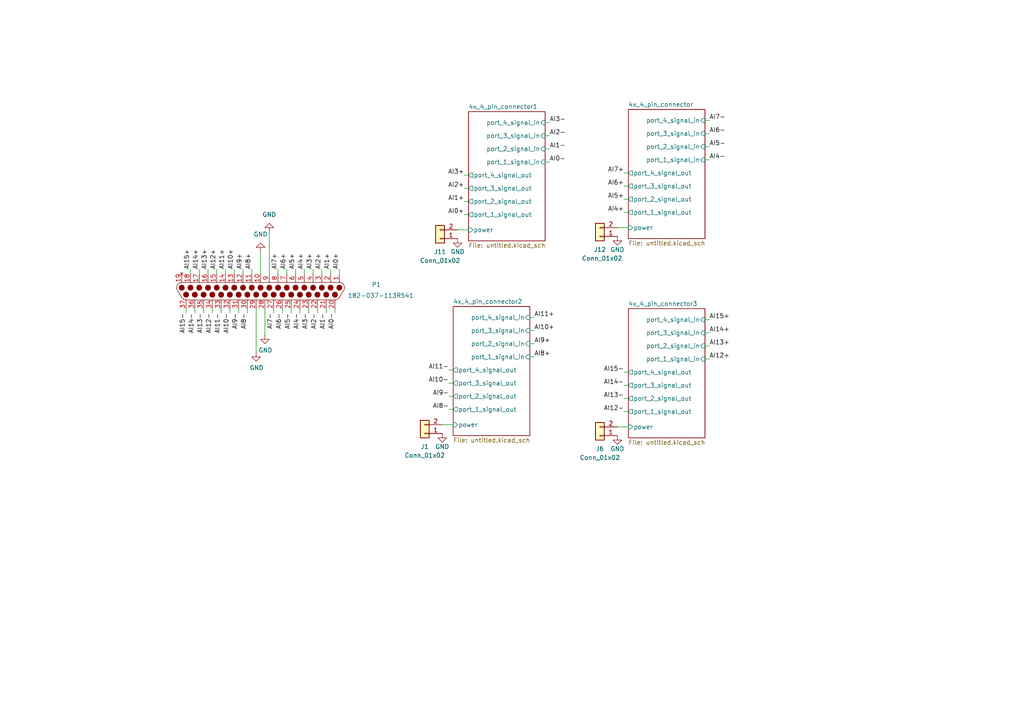
<source format=kicad_sch>
(kicad_sch (version 20211123) (generator eeschema)

  (uuid 54365317-1355-4216-bb75-829375abc4ec)

  (paper "A4")

  (title_block
    (title "Voltage Input Module")
    (date "2021-08-03")
    (rev "v02")
    (company "S&T Rocket Design Team")
    (comment 4 "Author: Arnold Baker, Rakshak Sudhakaran, Andrew Matteson")
  )

  (lib_symbols
    (symbol "Connector_Generic:Conn_01x02" (pin_names (offset 1.016) hide) (in_bom yes) (on_board yes)
      (property "Reference" "J" (id 0) (at 0 2.54 0)
        (effects (font (size 1.27 1.27)))
      )
      (property "Value" "Conn_01x02" (id 1) (at 0 -5.08 0)
        (effects (font (size 1.27 1.27)))
      )
      (property "Footprint" "" (id 2) (at 0 0 0)
        (effects (font (size 1.27 1.27)) hide)
      )
      (property "Datasheet" "~" (id 3) (at 0 0 0)
        (effects (font (size 1.27 1.27)) hide)
      )
      (property "ki_keywords" "connector" (id 4) (at 0 0 0)
        (effects (font (size 1.27 1.27)) hide)
      )
      (property "ki_description" "Generic connector, single row, 01x02, script generated (kicad-library-utils/schlib/autogen/connector/)" (id 5) (at 0 0 0)
        (effects (font (size 1.27 1.27)) hide)
      )
      (property "ki_fp_filters" "Connector*:*_1x??_*" (id 6) (at 0 0 0)
        (effects (font (size 1.27 1.27)) hide)
      )
      (symbol "Conn_01x02_1_1"
        (rectangle (start -1.27 -2.413) (end 0 -2.667)
          (stroke (width 0.1524) (type default) (color 0 0 0 0))
          (fill (type none))
        )
        (rectangle (start -1.27 0.127) (end 0 -0.127)
          (stroke (width 0.1524) (type default) (color 0 0 0 0))
          (fill (type none))
        )
        (rectangle (start -1.27 1.27) (end 1.27 -3.81)
          (stroke (width 0.254) (type default) (color 0 0 0 0))
          (fill (type background))
        )
        (pin passive line (at -5.08 0 0) (length 3.81)
          (name "Pin_1" (effects (font (size 1.27 1.27))))
          (number "1" (effects (font (size 1.27 1.27))))
        )
        (pin passive line (at -5.08 -2.54 0) (length 3.81)
          (name "Pin_2" (effects (font (size 1.27 1.27))))
          (number "2" (effects (font (size 1.27 1.27))))
        )
      )
    )
    (symbol "dk_Rectangular-Connectors-Headers-Male-Pins:182-037-113R541" (pin_names (offset 1.016)) (in_bom yes) (on_board yes)
      (property "Reference" "P" (id 0) (at 0 13.97 0)
        (effects (font (size 1.27 1.27)))
      )
      (property "Value" "dk_Rectangular-Connectors-Headers-Male-Pins_182-037-113R541" (id 1) (at 0 -13.97 0)
        (effects (font (size 1.27 1.27)))
      )
      (property "Footprint" "" (id 2) (at -22.86 1.016 0)
        (effects (font (size 1.27 1.27)) hide)
      )
      (property "Datasheet" "" (id 3) (at -22.86 1.016 0)
        (effects (font (size 1.27 1.27)) hide)
      )
      (symbol "182-037-113R541_0_1"
        (arc (start -22.86 -1.778) (mid -22.3238 -2.3237) (end -21.59 -2.54)
          (stroke (width 0) (type default) (color 0 0 0 0))
          (fill (type none))
        )
        (circle (center -22.86 1.016) (radius 0.762)
          (stroke (width 0) (type default) (color 0 0 0 0))
          (fill (type outline))
        )
        (arc (start -22.86 2.54) (mid -24.1496 1.7607) (end -24.13 0.254)
          (stroke (width 0) (type default) (color 0 0 0 0))
          (fill (type none))
        )
        (circle (center -21.59 -1.016) (radius 0.762)
          (stroke (width 0) (type default) (color 0 0 0 0))
          (fill (type outline))
        )
        (polyline
          (pts
            (xy -24.13 0.254)
            (xy -22.86 -1.778)
          )
          (stroke (width 0) (type default) (color 0 0 0 0))
          (fill (type none))
        )
        (polyline
          (pts
            (xy -21.59 -2.54)
            (xy 21.59 -2.54)
          )
          (stroke (width 0) (type default) (color 0 0 0 0))
          (fill (type none))
        )
        (polyline
          (pts
            (xy 22.86 -1.778)
            (xy 24.13 0.254)
          )
          (stroke (width 0) (type default) (color 0 0 0 0))
          (fill (type none))
        )
        (polyline
          (pts
            (xy 22.86 2.54)
            (xy -22.86 2.54)
          )
          (stroke (width 0) (type default) (color 0 0 0 0))
          (fill (type none))
        )
        (arc (start 21.59 -2.54) (mid 22.3282 -2.3311) (end 22.86 -1.778)
          (stroke (width 0) (type default) (color 0 0 0 0))
          (fill (type none))
        )
        (arc (start 24.13 0.254) (mid 24.1646 1.769) (end 22.86 2.54)
          (stroke (width 0) (type default) (color 0 0 0 0))
          (fill (type none))
        )
      )
      (symbol "182-037-113R541_1_1"
        (circle (center -20.32 1.016) (radius 0.762)
          (stroke (width 0) (type default) (color 0 0 0 0))
          (fill (type outline))
        )
        (circle (center -19.05 -1.016) (radius 0.762)
          (stroke (width 0) (type default) (color 0 0 0 0))
          (fill (type outline))
        )
        (circle (center -17.78 1.016) (radius 0.762)
          (stroke (width 0) (type default) (color 0 0 0 0))
          (fill (type outline))
        )
        (circle (center -16.51 -1.016) (radius 0.762)
          (stroke (width 0) (type default) (color 0 0 0 0))
          (fill (type outline))
        )
        (circle (center -15.24 1.016) (radius 0.762)
          (stroke (width 0) (type default) (color 0 0 0 0))
          (fill (type outline))
        )
        (circle (center -13.97 -1.016) (radius 0.762)
          (stroke (width 0) (type default) (color 0 0 0 0))
          (fill (type outline))
        )
        (circle (center -12.7 1.016) (radius 0.762)
          (stroke (width 0) (type default) (color 0 0 0 0))
          (fill (type outline))
        )
        (circle (center -11.43 -1.016) (radius 0.762)
          (stroke (width 0) (type default) (color 0 0 0 0))
          (fill (type outline))
        )
        (circle (center -10.16 1.016) (radius 0.762)
          (stroke (width 0) (type default) (color 0 0 0 0))
          (fill (type outline))
        )
        (circle (center -8.89 -1.016) (radius 0.762)
          (stroke (width 0) (type default) (color 0 0 0 0))
          (fill (type outline))
        )
        (circle (center -7.62 1.016) (radius 0.762)
          (stroke (width 0) (type default) (color 0 0 0 0))
          (fill (type outline))
        )
        (circle (center -6.35 -1.016) (radius 0.762)
          (stroke (width 0) (type default) (color 0 0 0 0))
          (fill (type outline))
        )
        (circle (center -5.08 1.016) (radius 0.762)
          (stroke (width 0) (type default) (color 0 0 0 0))
          (fill (type outline))
        )
        (circle (center -3.81 -1.016) (radius 0.762)
          (stroke (width 0) (type default) (color 0 0 0 0))
          (fill (type outline))
        )
        (circle (center -2.54 1.016) (radius 0.762)
          (stroke (width 0) (type default) (color 0 0 0 0))
          (fill (type outline))
        )
        (circle (center -1.27 -1.016) (radius 0.762)
          (stroke (width 0) (type default) (color 0 0 0 0))
          (fill (type outline))
        )
        (circle (center 0 1.016) (radius 0.762)
          (stroke (width 0) (type default) (color 0 0 0 0))
          (fill (type outline))
        )
        (circle (center 1.27 -1.016) (radius 0.762)
          (stroke (width 0) (type default) (color 0 0 0 0))
          (fill (type outline))
        )
        (circle (center 2.54 1.016) (radius 0.762)
          (stroke (width 0) (type default) (color 0 0 0 0))
          (fill (type outline))
        )
        (circle (center 3.81 -1.016) (radius 0.762)
          (stroke (width 0) (type default) (color 0 0 0 0))
          (fill (type outline))
        )
        (circle (center 5.08 1.016) (radius 0.762)
          (stroke (width 0) (type default) (color 0 0 0 0))
          (fill (type outline))
        )
        (circle (center 6.35 -1.016) (radius 0.762)
          (stroke (width 0) (type default) (color 0 0 0 0))
          (fill (type outline))
        )
        (circle (center 7.62 1.016) (radius 0.762)
          (stroke (width 0) (type default) (color 0 0 0 0))
          (fill (type outline))
        )
        (circle (center 8.89 -1.016) (radius 0.762)
          (stroke (width 0) (type default) (color 0 0 0 0))
          (fill (type outline))
        )
        (circle (center 10.16 1.016) (radius 0.762)
          (stroke (width 0) (type default) (color 0 0 0 0))
          (fill (type outline))
        )
        (circle (center 11.43 -1.016) (radius 0.762)
          (stroke (width 0) (type default) (color 0 0 0 0))
          (fill (type outline))
        )
        (circle (center 12.7 1.016) (radius 0.762)
          (stroke (width 0) (type default) (color 0 0 0 0))
          (fill (type outline))
        )
        (circle (center 13.97 -1.016) (radius 0.762)
          (stroke (width 0) (type default) (color 0 0 0 0))
          (fill (type outline))
        )
        (circle (center 15.24 1.016) (radius 0.762)
          (stroke (width 0) (type default) (color 0 0 0 0))
          (fill (type outline))
        )
        (circle (center 16.51 -1.016) (radius 0.762)
          (stroke (width 0) (type default) (color 0 0 0 0))
          (fill (type outline))
        )
        (circle (center 17.78 1.016) (radius 0.762)
          (stroke (width 0) (type default) (color 0 0 0 0))
          (fill (type outline))
        )
        (circle (center 19.05 -1.016) (radius 0.762)
          (stroke (width 0) (type default) (color 0 0 0 0))
          (fill (type outline))
        )
        (circle (center 20.32 1.016) (radius 0.762)
          (stroke (width 0) (type default) (color 0 0 0 0))
          (fill (type outline))
        )
        (circle (center 21.59 -1.016) (radius 0.762)
          (stroke (width 0) (type default) (color 0 0 0 0))
          (fill (type outline))
        )
        (circle (center 22.86 1.016) (radius 0.762)
          (stroke (width 0) (type default) (color 0 0 0 0))
          (fill (type outline))
        )
        (pin passive line (at 22.86 5.08 270) (length 2.54)
          (name "~" (effects (font (size 1.27 1.27))))
          (number "1" (effects (font (size 1.27 1.27))))
        )
        (pin passive line (at 0 5.08 270) (length 2.54)
          (name "~" (effects (font (size 1.27 1.27))))
          (number "10" (effects (font (size 1.27 1.27))))
        )
        (pin passive line (at -2.54 5.08 270) (length 2.54)
          (name "~" (effects (font (size 1.27 1.27))))
          (number "11" (effects (font (size 1.27 1.27))))
        )
        (pin passive line (at -5.08 5.08 270) (length 2.54)
          (name "~" (effects (font (size 1.27 1.27))))
          (number "12" (effects (font (size 1.27 1.27))))
        )
        (pin passive line (at -7.62 5.08 270) (length 2.54)
          (name "~" (effects (font (size 1.27 1.27))))
          (number "13" (effects (font (size 1.27 1.27))))
        )
        (pin passive line (at -10.16 5.08 270) (length 2.54)
          (name "~" (effects (font (size 1.27 1.27))))
          (number "14" (effects (font (size 1.27 1.27))))
        )
        (pin passive line (at -12.7 5.08 270) (length 2.54)
          (name "~" (effects (font (size 1.27 1.27))))
          (number "15" (effects (font (size 1.27 1.27))))
        )
        (pin passive line (at -15.24 5.08 270) (length 2.54)
          (name "~" (effects (font (size 1.27 1.27))))
          (number "16" (effects (font (size 1.27 1.27))))
        )
        (pin passive line (at -17.78 5.08 270) (length 2.54)
          (name "~" (effects (font (size 1.27 1.27))))
          (number "17" (effects (font (size 1.27 1.27))))
        )
        (pin passive line (at -20.32 5.08 270) (length 2.54)
          (name "~" (effects (font (size 1.27 1.27))))
          (number "18" (effects (font (size 1.27 1.27))))
        )
        (pin no_connect line (at -22.86 5.08 270) (length 2.54)
          (name "~" (effects (font (size 1.27 1.27))))
          (number "19" (effects (font (size 1.27 1.27))))
        )
        (pin passive line (at 20.32 5.08 270) (length 2.54)
          (name "~" (effects (font (size 1.27 1.27))))
          (number "2" (effects (font (size 1.27 1.27))))
        )
        (pin passive line (at 21.59 -5.08 90) (length 2.54)
          (name "~" (effects (font (size 1.27 1.27))))
          (number "20" (effects (font (size 1.27 1.27))))
        )
        (pin passive line (at 19.05 -5.08 90) (length 2.54)
          (name "~" (effects (font (size 1.27 1.27))))
          (number "21" (effects (font (size 1.27 1.27))))
        )
        (pin passive line (at 16.51 -5.08 90) (length 2.54)
          (name "~" (effects (font (size 1.27 1.27))))
          (number "22" (effects (font (size 1.27 1.27))))
        )
        (pin passive line (at 13.97 -5.08 90) (length 2.54)
          (name "~" (effects (font (size 1.27 1.27))))
          (number "23" (effects (font (size 1.27 1.27))))
        )
        (pin passive line (at 11.43 -5.08 90) (length 2.54)
          (name "~" (effects (font (size 1.27 1.27))))
          (number "24" (effects (font (size 1.27 1.27))))
        )
        (pin passive line (at 8.89 -5.08 90) (length 2.54)
          (name "~" (effects (font (size 1.27 1.27))))
          (number "25" (effects (font (size 1.27 1.27))))
        )
        (pin passive line (at 6.35 -5.08 90) (length 2.54)
          (name "~" (effects (font (size 1.27 1.27))))
          (number "26" (effects (font (size 1.27 1.27))))
        )
        (pin passive line (at 3.81 -5.08 90) (length 2.54)
          (name "~" (effects (font (size 1.27 1.27))))
          (number "27" (effects (font (size 1.27 1.27))))
        )
        (pin passive line (at 1.27 -5.08 90) (length 2.54)
          (name "~" (effects (font (size 1.27 1.27))))
          (number "28" (effects (font (size 1.27 1.27))))
        )
        (pin passive line (at -1.27 -5.08 90) (length 2.54)
          (name "~" (effects (font (size 1.27 1.27))))
          (number "29" (effects (font (size 1.27 1.27))))
        )
        (pin passive line (at 17.78 5.08 270) (length 2.54)
          (name "~" (effects (font (size 1.27 1.27))))
          (number "3" (effects (font (size 1.27 1.27))))
        )
        (pin passive line (at -3.81 -5.08 90) (length 2.54)
          (name "~" (effects (font (size 1.27 1.27))))
          (number "30" (effects (font (size 1.27 1.27))))
        )
        (pin passive line (at -6.35 -5.08 90) (length 2.54)
          (name "~" (effects (font (size 1.27 1.27))))
          (number "31" (effects (font (size 1.27 1.27))))
        )
        (pin passive line (at -8.89 -5.08 90) (length 2.54)
          (name "~" (effects (font (size 1.27 1.27))))
          (number "32" (effects (font (size 1.27 1.27))))
        )
        (pin passive line (at -11.43 -5.08 90) (length 2.54)
          (name "~" (effects (font (size 1.27 1.27))))
          (number "33" (effects (font (size 1.27 1.27))))
        )
        (pin passive line (at -13.97 -5.08 90) (length 2.54)
          (name "~" (effects (font (size 1.27 1.27))))
          (number "34" (effects (font (size 1.27 1.27))))
        )
        (pin passive line (at -16.51 -5.08 90) (length 2.54)
          (name "~" (effects (font (size 1.27 1.27))))
          (number "35" (effects (font (size 1.27 1.27))))
        )
        (pin passive line (at -19.05 -5.08 90) (length 2.54)
          (name "~" (effects (font (size 1.27 1.27))))
          (number "36" (effects (font (size 1.27 1.27))))
        )
        (pin passive line (at -21.59 -5.08 90) (length 2.54)
          (name "~" (effects (font (size 1.27 1.27))))
          (number "37" (effects (font (size 1.27 1.27))))
        )
        (pin passive line (at 15.24 5.08 270) (length 2.54)
          (name "~" (effects (font (size 1.27 1.27))))
          (number "4" (effects (font (size 1.27 1.27))))
        )
        (pin passive line (at 12.7 5.08 270) (length 2.54)
          (name "~" (effects (font (size 1.27 1.27))))
          (number "5" (effects (font (size 1.27 1.27))))
        )
        (pin passive line (at 10.16 5.08 270) (length 2.54)
          (name "~" (effects (font (size 1.27 1.27))))
          (number "6" (effects (font (size 1.27 1.27))))
        )
        (pin passive line (at 7.62 5.08 270) (length 2.54)
          (name "~" (effects (font (size 1.27 1.27))))
          (number "7" (effects (font (size 1.27 1.27))))
        )
        (pin passive line (at 5.08 5.08 270) (length 2.54)
          (name "~" (effects (font (size 1.27 1.27))))
          (number "8" (effects (font (size 1.27 1.27))))
        )
        (pin passive line (at 2.54 5.08 270) (length 2.54)
          (name "~" (effects (font (size 1.27 1.27))))
          (number "9" (effects (font (size 1.27 1.27))))
        )
      )
    )
    (symbol "power:GND" (power) (pin_names (offset 0)) (in_bom yes) (on_board yes)
      (property "Reference" "#PWR" (id 0) (at 0 -6.35 0)
        (effects (font (size 1.27 1.27)) hide)
      )
      (property "Value" "GND" (id 1) (at 0 -3.81 0)
        (effects (font (size 1.27 1.27)))
      )
      (property "Footprint" "" (id 2) (at 0 0 0)
        (effects (font (size 1.27 1.27)) hide)
      )
      (property "Datasheet" "" (id 3) (at 0 0 0)
        (effects (font (size 1.27 1.27)) hide)
      )
      (property "ki_keywords" "power-flag" (id 4) (at 0 0 0)
        (effects (font (size 1.27 1.27)) hide)
      )
      (property "ki_description" "Power symbol creates a global label with name \"GND\" , ground" (id 5) (at 0 0 0)
        (effects (font (size 1.27 1.27)) hide)
      )
      (symbol "GND_0_1"
        (polyline
          (pts
            (xy 0 0)
            (xy 0 -1.27)
            (xy 1.27 -1.27)
            (xy 0 -2.54)
            (xy -1.27 -1.27)
            (xy 0 -1.27)
          )
          (stroke (width 0) (type default) (color 0 0 0 0))
          (fill (type none))
        )
      )
      (symbol "GND_1_1"
        (pin power_in line (at 0 0 270) (length 0) hide
          (name "GND" (effects (font (size 1.27 1.27))))
          (number "1" (effects (font (size 1.27 1.27))))
        )
      )
    )
  )


  (wire (pts (xy 134.62 58.42) (xy 135.89 58.42))
    (stroke (width 0) (type default) (color 0 0 0 0))
    (uuid 0597a242-5392-49bb-8f53-d751e1d00cb8)
  )
  (wire (pts (xy 180.975 111.76) (xy 182.245 111.76))
    (stroke (width 0) (type default) (color 0 0 0 0))
    (uuid 086b3c35-ad74-4d53-9962-89088a74628b)
  )
  (wire (pts (xy 88.265 78.105) (xy 88.265 79.375))
    (stroke (width 0) (type default) (color 0 0 0 0))
    (uuid 0abb5da2-b50f-47c6-be7b-aff13a6fbd3d)
  )
  (wire (pts (xy 158.115 35.56) (xy 159.385 35.56))
    (stroke (width 0) (type default) (color 0 0 0 0))
    (uuid 0c82b359-261e-4553-af2d-4ad3114ad648)
  )
  (wire (pts (xy 83.185 78.105) (xy 83.185 79.375))
    (stroke (width 0) (type default) (color 0 0 0 0))
    (uuid 0d6b53e5-6aaf-4c3f-944d-ba1197d3092e)
  )
  (wire (pts (xy 53.975 89.535) (xy 53.975 90.805))
    (stroke (width 0) (type default) (color 0 0 0 0))
    (uuid 0dbe4842-5b82-4657-85e6-4f7ccdda15be)
  )
  (wire (pts (xy 93.345 78.105) (xy 93.345 79.375))
    (stroke (width 0) (type default) (color 0 0 0 0))
    (uuid 0ff6ab29-3518-46f3-ad74-36b14c2d22ef)
  )
  (wire (pts (xy 180.975 53.975) (xy 182.245 53.975))
    (stroke (width 0) (type default) (color 0 0 0 0))
    (uuid 27576bc4-6901-452f-a58c-cae03db8d273)
  )
  (wire (pts (xy 74.295 89.535) (xy 74.295 102.235))
    (stroke (width 0) (type default) (color 0 0 0 0))
    (uuid 2f245697-ce47-43d8-b1fb-46456d5fdebb)
  )
  (wire (pts (xy 73.025 78.105) (xy 73.025 79.375))
    (stroke (width 0) (type default) (color 0 0 0 0))
    (uuid 3002e2bd-17e1-4392-9600-980fa7f36b59)
  )
  (wire (pts (xy 135.89 66.675) (xy 132.715 66.675))
    (stroke (width 0) (type default) (color 0 0 0 0))
    (uuid 30b11ba2-aac0-4ac3-9edf-e79c2efea59d)
  )
  (wire (pts (xy 66.675 89.535) (xy 66.675 90.805))
    (stroke (width 0) (type default) (color 0 0 0 0))
    (uuid 315b41d9-456e-4802-baae-0f3ec5b8e44f)
  )
  (wire (pts (xy 180.975 119.38) (xy 182.245 119.38))
    (stroke (width 0) (type default) (color 0 0 0 0))
    (uuid 31cd54b8-8f2a-4c12-a483-b4ce4069d43b)
  )
  (wire (pts (xy 130.175 118.745) (xy 131.445 118.745))
    (stroke (width 0) (type default) (color 0 0 0 0))
    (uuid 336540b6-74a8-44e7-9889-192e30c68012)
  )
  (wire (pts (xy 92.075 90.805) (xy 92.075 89.535))
    (stroke (width 0) (type default) (color 0 0 0 0))
    (uuid 35f3094e-759c-4432-b581-e72dfa80aa08)
  )
  (wire (pts (xy 131.445 123.19) (xy 128.27 123.19))
    (stroke (width 0) (type default) (color 0 0 0 0))
    (uuid 3a2ce0f3-4f07-47c3-825c-f7c6844a9a98)
  )
  (wire (pts (xy 97.155 90.805) (xy 97.155 89.535))
    (stroke (width 0) (type default) (color 0 0 0 0))
    (uuid 418c4d7d-24e3-446b-a628-3e95007e6e04)
  )
  (wire (pts (xy 71.755 89.535) (xy 71.755 90.805))
    (stroke (width 0) (type default) (color 0 0 0 0))
    (uuid 466805bc-162f-4d23-a27d-4f85088dfe75)
  )
  (wire (pts (xy 76.835 97.155) (xy 76.835 89.535))
    (stroke (width 0) (type default) (color 0 0 0 0))
    (uuid 4c86451c-67bd-45d7-b6c0-9fa32c7a930c)
  )
  (wire (pts (xy 89.535 90.805) (xy 89.535 89.535))
    (stroke (width 0) (type default) (color 0 0 0 0))
    (uuid 5a52385e-2448-485a-bd9d-d97ce2c3a8ab)
  )
  (wire (pts (xy 204.47 104.14) (xy 205.74 104.14))
    (stroke (width 0) (type default) (color 0 0 0 0))
    (uuid 5b79af38-656d-4011-aa25-72904ecad95f)
  )
  (wire (pts (xy 204.47 34.925) (xy 205.74 34.925))
    (stroke (width 0) (type default) (color 0 0 0 0))
    (uuid 66e302d8-8cea-48fe-a571-bb9899c99908)
  )
  (wire (pts (xy 158.115 39.37) (xy 159.385 39.37))
    (stroke (width 0) (type default) (color 0 0 0 0))
    (uuid 6a7315eb-8215-482d-9d2b-32997db8abab)
  )
  (wire (pts (xy 90.805 78.105) (xy 90.805 79.375))
    (stroke (width 0) (type default) (color 0 0 0 0))
    (uuid 6b7d3577-d835-435a-a2f6-45e548319f4f)
  )
  (wire (pts (xy 153.67 92.075) (xy 154.94 92.075))
    (stroke (width 0) (type default) (color 0 0 0 0))
    (uuid 6d0cdccb-39ac-40ee-8887-cd1b5c21582f)
  )
  (wire (pts (xy 158.115 46.99) (xy 159.385 46.99))
    (stroke (width 0) (type default) (color 0 0 0 0))
    (uuid 6d725009-bb10-45e5-86fd-8da5f2e3fedb)
  )
  (wire (pts (xy 204.47 38.735) (xy 205.74 38.735))
    (stroke (width 0) (type default) (color 0 0 0 0))
    (uuid 70c99194-f417-4c20-8935-3bc606f783e6)
  )
  (wire (pts (xy 180.975 50.165) (xy 182.245 50.165))
    (stroke (width 0) (type default) (color 0 0 0 0))
    (uuid 739609a3-6c3d-4b46-bcb9-a0758ed1ec86)
  )
  (wire (pts (xy 70.485 78.105) (xy 70.485 79.375))
    (stroke (width 0) (type default) (color 0 0 0 0))
    (uuid 7463777c-e0d3-48ff-889d-b1428b25802c)
  )
  (wire (pts (xy 69.215 89.535) (xy 69.215 90.805))
    (stroke (width 0) (type default) (color 0 0 0 0))
    (uuid 7c089559-713f-47a9-8684-6c0f997f5990)
  )
  (wire (pts (xy 179.07 66.04) (xy 182.245 66.04))
    (stroke (width 0) (type default) (color 0 0 0 0))
    (uuid 7d01360c-ccf0-426e-954e-50769eacd01d)
  )
  (wire (pts (xy 61.595 89.535) (xy 61.595 90.805))
    (stroke (width 0) (type default) (color 0 0 0 0))
    (uuid 7d8bee0e-8037-4e8c-be71-c8fd112f99ce)
  )
  (wire (pts (xy 62.865 78.105) (xy 62.865 79.375))
    (stroke (width 0) (type default) (color 0 0 0 0))
    (uuid 7f7c1375-b418-4f60-a9c1-a42600abf0db)
  )
  (wire (pts (xy 64.135 89.535) (xy 64.135 90.805))
    (stroke (width 0) (type default) (color 0 0 0 0))
    (uuid 846688f3-bea8-480a-bbe7-d29e9f3d20cc)
  )
  (wire (pts (xy 134.62 50.8) (xy 135.89 50.8))
    (stroke (width 0) (type default) (color 0 0 0 0))
    (uuid 9191c034-d1a4-429d-ae76-e7cea5e2d66c)
  )
  (wire (pts (xy 79.375 89.535) (xy 79.375 90.805))
    (stroke (width 0) (type default) (color 0 0 0 0))
    (uuid 971cb1ee-ab2e-43a4-a2ca-6735ab28e5d1)
  )
  (wire (pts (xy 180.975 107.95) (xy 182.245 107.95))
    (stroke (width 0) (type default) (color 0 0 0 0))
    (uuid 9b0c407a-634e-4976-945f-a3c294eff8b7)
  )
  (wire (pts (xy 134.62 62.23) (xy 135.89 62.23))
    (stroke (width 0) (type default) (color 0 0 0 0))
    (uuid a62cafa8-d7a1-41b6-be8d-e497a654af37)
  )
  (wire (pts (xy 204.47 46.355) (xy 205.74 46.355))
    (stroke (width 0) (type default) (color 0 0 0 0))
    (uuid aa42cd30-460f-41fe-9109-4997f543b308)
  )
  (wire (pts (xy 204.47 92.71) (xy 205.74 92.71))
    (stroke (width 0) (type default) (color 0 0 0 0))
    (uuid aabdfcf8-1349-4138-a574-354cb4ba2452)
  )
  (wire (pts (xy 180.975 61.595) (xy 182.245 61.595))
    (stroke (width 0) (type default) (color 0 0 0 0))
    (uuid aca31ef5-105b-4ed6-a3c4-768805cd9b6d)
  )
  (wire (pts (xy 67.945 78.105) (xy 67.945 79.375))
    (stroke (width 0) (type default) (color 0 0 0 0))
    (uuid b030465b-3c2a-4f13-b1b9-6a1ec0fdf04f)
  )
  (wire (pts (xy 65.405 78.105) (xy 65.405 79.375))
    (stroke (width 0) (type default) (color 0 0 0 0))
    (uuid b570b228-c054-441b-ab28-a6a51021313c)
  )
  (wire (pts (xy 78.105 67.31) (xy 78.105 79.375))
    (stroke (width 0) (type default) (color 0 0 0 0))
    (uuid bbae9f03-2a20-48c9-ba1f-043724f02493)
  )
  (wire (pts (xy 153.67 103.505) (xy 154.94 103.505))
    (stroke (width 0) (type default) (color 0 0 0 0))
    (uuid be81c464-741e-4877-8485-84d63a86978c)
  )
  (wire (pts (xy 95.885 78.105) (xy 95.885 79.375))
    (stroke (width 0) (type default) (color 0 0 0 0))
    (uuid c45ea294-4452-4f02-809a-a9c0eb0a71d5)
  )
  (wire (pts (xy 75.565 73.025) (xy 75.565 79.375))
    (stroke (width 0) (type default) (color 0 0 0 0))
    (uuid c86e06c0-b1ec-47e6-95a8-60e9c701fc46)
  )
  (wire (pts (xy 85.725 78.105) (xy 85.725 79.375))
    (stroke (width 0) (type default) (color 0 0 0 0))
    (uuid c870dd37-6e74-48cd-9507-ae1fee8245ad)
  )
  (wire (pts (xy 84.455 89.535) (xy 84.455 90.805))
    (stroke (width 0) (type default) (color 0 0 0 0))
    (uuid c9f5022c-a22c-484f-9af1-7baba224ae42)
  )
  (wire (pts (xy 81.915 89.535) (xy 81.915 90.805))
    (stroke (width 0) (type default) (color 0 0 0 0))
    (uuid ca1c0a37-362b-4bd8-b239-a0e75d0a9a8c)
  )
  (wire (pts (xy 130.175 114.935) (xy 131.445 114.935))
    (stroke (width 0) (type default) (color 0 0 0 0))
    (uuid cc67abd9-db4d-4473-911c-b711608d2420)
  )
  (wire (pts (xy 182.245 123.825) (xy 179.07 123.825))
    (stroke (width 0) (type default) (color 0 0 0 0))
    (uuid cf1e5005-3eca-408f-9c47-56fe3a0a302c)
  )
  (wire (pts (xy 180.975 115.57) (xy 182.245 115.57))
    (stroke (width 0) (type default) (color 0 0 0 0))
    (uuid cffc73dc-863c-4c97-8ecb-93f1b859d7e6)
  )
  (wire (pts (xy 153.67 99.695) (xy 154.94 99.695))
    (stroke (width 0) (type default) (color 0 0 0 0))
    (uuid d07d760e-e9c8-45a5-8ba8-616db1df18a1)
  )
  (wire (pts (xy 180.975 57.785) (xy 182.245 57.785))
    (stroke (width 0) (type default) (color 0 0 0 0))
    (uuid d2da4c17-60e3-43e9-9d51-b1f33d791614)
  )
  (wire (pts (xy 94.615 90.805) (xy 94.615 89.535))
    (stroke (width 0) (type default) (color 0 0 0 0))
    (uuid d3171ccf-138d-4c9a-b953-853a5c8a5942)
  )
  (wire (pts (xy 204.47 100.33) (xy 205.74 100.33))
    (stroke (width 0) (type default) (color 0 0 0 0))
    (uuid d43a0778-6bd0-4d4f-9f97-fedc90e6f613)
  )
  (wire (pts (xy 59.055 89.535) (xy 59.055 90.805))
    (stroke (width 0) (type default) (color 0 0 0 0))
    (uuid d5605ccb-f319-4955-9e04-74cabc3dbe98)
  )
  (wire (pts (xy 134.62 54.61) (xy 135.89 54.61))
    (stroke (width 0) (type default) (color 0 0 0 0))
    (uuid dd29226d-fc50-4940-8df0-966ecbcbb258)
  )
  (wire (pts (xy 153.67 95.885) (xy 154.94 95.885))
    (stroke (width 0) (type default) (color 0 0 0 0))
    (uuid e0d2f0aa-449b-414f-b824-0d43ed881422)
  )
  (wire (pts (xy 86.995 89.535) (xy 86.995 90.805))
    (stroke (width 0) (type default) (color 0 0 0 0))
    (uuid e466cd25-a693-4c46-badd-67ce595c652a)
  )
  (wire (pts (xy 204.47 96.52) (xy 205.74 96.52))
    (stroke (width 0) (type default) (color 0 0 0 0))
    (uuid e77545f9-ccdc-4ae5-addb-58990472e305)
  )
  (wire (pts (xy 158.115 43.18) (xy 159.385 43.18))
    (stroke (width 0) (type default) (color 0 0 0 0))
    (uuid ea4952fb-6ae5-4e8e-b706-7151b4228e1e)
  )
  (wire (pts (xy 98.425 78.105) (xy 98.425 79.375))
    (stroke (width 0) (type default) (color 0 0 0 0))
    (uuid ee27755f-773f-4c85-9caf-8b91468e712d)
  )
  (wire (pts (xy 204.47 42.545) (xy 205.74 42.545))
    (stroke (width 0) (type default) (color 0 0 0 0))
    (uuid f1fb57f3-bfa4-4f92-8686-213800d6665a)
  )
  (wire (pts (xy 56.515 89.535) (xy 56.515 90.805))
    (stroke (width 0) (type default) (color 0 0 0 0))
    (uuid f2413bcb-e5f3-4fe8-b1f3-03e6e0ec9025)
  )
  (wire (pts (xy 55.245 78.105) (xy 55.245 79.375))
    (stroke (width 0) (type default) (color 0 0 0 0))
    (uuid f2d3fe11-9897-40b8-b43e-99ee2cdf910b)
  )
  (wire (pts (xy 60.325 78.105) (xy 60.325 79.375))
    (stroke (width 0) (type default) (color 0 0 0 0))
    (uuid f34ad418-dce1-4101-a89b-b1d516ce8b67)
  )
  (wire (pts (xy 57.785 78.105) (xy 57.785 79.375))
    (stroke (width 0) (type default) (color 0 0 0 0))
    (uuid f623c125-05d3-44e6-8e24-b54733056e7c)
  )
  (wire (pts (xy 130.175 107.315) (xy 131.445 107.315))
    (stroke (width 0) (type default) (color 0 0 0 0))
    (uuid fac8853a-612f-4497-90fa-77f3f4825d6b)
  )
  (wire (pts (xy 130.175 111.125) (xy 131.445 111.125))
    (stroke (width 0) (type default) (color 0 0 0 0))
    (uuid fef49af4-bcfe-432b-8ad2-78baee1f2087)
  )
  (wire (pts (xy 80.645 78.105) (xy 80.645 79.375))
    (stroke (width 0) (type default) (color 0 0 0 0))
    (uuid ffc15076-1f57-4574-87f3-1c3cf0de372f)
  )

  (label "AI2-" (at 159.385 39.37 0)
    (effects (font (size 1.27 1.27)) (justify left bottom))
    (uuid 0b62219b-64ff-46e7-92ea-07986a27b5ad)
  )
  (label "AI0+" (at 134.62 62.23 180)
    (effects (font (size 1.27 1.27)) (justify right bottom))
    (uuid 0f546289-4170-4960-98d1-1f68e26e67c6)
  )
  (label "AI4+" (at 88.265 78.105 90)
    (effects (font (size 1.27 1.27)) (justify left bottom))
    (uuid 11e9aa45-0969-4747-9e5b-861263a30f92)
  )
  (label "AI10+" (at 154.94 95.885 0)
    (effects (font (size 1.27 1.27)) (justify left bottom))
    (uuid 133c4053-690a-4c2f-8eec-f33bfed205b3)
  )
  (label "AI12-" (at 61.595 90.805 270)
    (effects (font (size 1.27 1.27)) (justify right bottom))
    (uuid 1a628a07-370e-40ec-9a89-6a74cc32dba1)
  )
  (label "AI10+" (at 67.945 78.105 90)
    (effects (font (size 1.27 1.27)) (justify left bottom))
    (uuid 1b7dbe2f-50d6-4570-8b9b-a1a2826fb8f5)
  )
  (label "AI6-" (at 81.915 90.805 270)
    (effects (font (size 1.27 1.27)) (justify right bottom))
    (uuid 252314dd-67a2-4596-b4ec-b445a711740d)
  )
  (label "AI0-" (at 159.385 46.99 0)
    (effects (font (size 1.27 1.27)) (justify left bottom))
    (uuid 28f05605-2e2e-4a42-81cf-196a4156cd7d)
  )
  (label "AI4-" (at 86.995 90.805 270)
    (effects (font (size 1.27 1.27)) (justify right bottom))
    (uuid 30cebaea-7bba-4a68-bdb0-b055217b985c)
  )
  (label "AI1-" (at 159.385 43.18 0)
    (effects (font (size 1.27 1.27)) (justify left bottom))
    (uuid 39818aca-9eb9-4df1-a06a-753ff78a845e)
  )
  (label "AI11+" (at 65.405 78.105 90)
    (effects (font (size 1.27 1.27)) (justify left bottom))
    (uuid 3cc5667f-d4e8-4f3a-a222-b2db6a4f8f16)
  )
  (label "AI1+" (at 95.885 78.105 90)
    (effects (font (size 1.27 1.27)) (justify left bottom))
    (uuid 41dc4628-afed-4637-8794-7129a62856f6)
  )
  (label "AI5-" (at 205.74 42.545 0)
    (effects (font (size 1.27 1.27)) (justify left bottom))
    (uuid 42af53cf-e10a-4812-b165-b610ba640d35)
  )
  (label "AI15+" (at 55.245 78.105 90)
    (effects (font (size 1.27 1.27)) (justify left bottom))
    (uuid 491755c3-1146-49fb-91ef-24cc1de90968)
  )
  (label "AI8+" (at 154.94 103.505 0)
    (effects (font (size 1.27 1.27)) (justify left bottom))
    (uuid 4cc5ac97-e94d-45f5-ab14-bb965e173339)
  )
  (label "AI2+" (at 93.345 78.105 90)
    (effects (font (size 1.27 1.27)) (justify left bottom))
    (uuid 53d135d0-17d0-4d36-9ced-373676ee426a)
  )
  (label "AI5-" (at 84.455 90.805 270)
    (effects (font (size 1.27 1.27)) (justify right bottom))
    (uuid 59033d8f-5a7d-46cc-a995-5cba6343f8cd)
  )
  (label "AI7-" (at 79.375 90.805 270)
    (effects (font (size 1.27 1.27)) (justify right bottom))
    (uuid 5cb8ae86-9533-45ef-9fa3-0d932f12dc82)
  )
  (label "AI9+" (at 154.94 99.695 0)
    (effects (font (size 1.27 1.27)) (justify left bottom))
    (uuid 60230a18-e58c-445f-834d-05ca870f5d41)
  )
  (label "AI13-" (at 180.975 115.57 180)
    (effects (font (size 1.27 1.27)) (justify right bottom))
    (uuid 6a037bb3-c05d-4ceb-9364-8bd8de35c50f)
  )
  (label "AI15+" (at 205.74 92.71 0)
    (effects (font (size 1.27 1.27)) (justify left bottom))
    (uuid 6f487909-04d2-4df1-9a0c-d6e4862f7287)
  )
  (label "AI3+" (at 134.62 50.8 180)
    (effects (font (size 1.27 1.27)) (justify right bottom))
    (uuid 6fc58670-a718-49ff-9a7e-33713e1bada1)
  )
  (label "AI11+" (at 154.94 92.075 0)
    (effects (font (size 1.27 1.27)) (justify left bottom))
    (uuid 73523399-841b-41d7-8a28-303b821c39ca)
  )
  (label "AI9+" (at 70.485 78.105 90)
    (effects (font (size 1.27 1.27)) (justify left bottom))
    (uuid 74524198-334f-43eb-9d21-a92a75663502)
  )
  (label "AI14-" (at 180.975 111.76 180)
    (effects (font (size 1.27 1.27)) (justify right bottom))
    (uuid 77bd2650-fc73-4fc0-b975-bf08aa6b483e)
  )
  (label "AI7-" (at 205.74 34.925 0)
    (effects (font (size 1.27 1.27)) (justify left bottom))
    (uuid 7a1fec12-d6a1-4be9-834b-09d4fae055d6)
  )
  (label "AI4-" (at 205.74 46.355 0)
    (effects (font (size 1.27 1.27)) (justify left bottom))
    (uuid 7add7fbb-ae61-4a05-9ec5-649b9d28342b)
  )
  (label "AI11-" (at 130.175 107.315 180)
    (effects (font (size 1.27 1.27)) (justify right bottom))
    (uuid 7bcb44b2-af8a-42cd-acb5-37ecb032a9ce)
  )
  (label "AI12-" (at 180.975 119.38 180)
    (effects (font (size 1.27 1.27)) (justify right bottom))
    (uuid 7cad850e-fb5c-40f1-8ef1-75ef3f813afd)
  )
  (label "AI7+" (at 80.645 78.105 90)
    (effects (font (size 1.27 1.27)) (justify left bottom))
    (uuid 7da40668-f92b-4ad5-91fe-4ff44dd9f7f3)
  )
  (label "AI8-" (at 130.175 118.745 180)
    (effects (font (size 1.27 1.27)) (justify right bottom))
    (uuid 7defb44e-5acf-44f2-aef1-3ee613a7f04f)
  )
  (label "AI10-" (at 66.675 90.805 270)
    (effects (font (size 1.27 1.27)) (justify right bottom))
    (uuid 8e22110a-d55d-4ac7-9717-7966ba5dfcb5)
  )
  (label "AI13-" (at 59.055 90.805 270)
    (effects (font (size 1.27 1.27)) (justify right bottom))
    (uuid 9099a47b-044a-4dee-b077-943fd9d65a80)
  )
  (label "AI14-" (at 56.515 90.805 270)
    (effects (font (size 1.27 1.27)) (justify right bottom))
    (uuid 956b2906-e31f-47b8-8377-7f0c60d78d77)
  )
  (label "AI3-" (at 89.535 90.805 270)
    (effects (font (size 1.27 1.27)) (justify right bottom))
    (uuid 9807a08a-3e57-4f49-9d11-2a6ec55e5334)
  )
  (label "AI0+" (at 98.425 78.105 90)
    (effects (font (size 1.27 1.27)) (justify left bottom))
    (uuid 9cd96628-5947-4f74-bc0e-365aea565ba5)
  )
  (label "AI2+" (at 134.62 54.61 180)
    (effects (font (size 1.27 1.27)) (justify right bottom))
    (uuid 9d43cd22-6a60-4527-a0be-b99523dea1bf)
  )
  (label "AI6-" (at 205.74 38.735 0)
    (effects (font (size 1.27 1.27)) (justify left bottom))
    (uuid a538a272-7314-47f1-b333-d72810d2749f)
  )
  (label "AI12+" (at 205.74 104.14 0)
    (effects (font (size 1.27 1.27)) (justify left bottom))
    (uuid a82e4dfe-25a0-4573-82fe-8ef4a6485014)
  )
  (label "AI1+" (at 134.62 58.42 180)
    (effects (font (size 1.27 1.27)) (justify right bottom))
    (uuid ab051fa6-4b97-4a2f-8d70-6a171b1310d0)
  )
  (label "AI15-" (at 180.975 107.95 180)
    (effects (font (size 1.27 1.27)) (justify right bottom))
    (uuid abaf142e-b876-4f25-bdc6-6a0a44c2d7ef)
  )
  (label "AI13+" (at 205.74 100.33 0)
    (effects (font (size 1.27 1.27)) (justify left bottom))
    (uuid b228a7e9-218f-4a26-82d6-dede4da4046e)
  )
  (label "AI12+" (at 62.865 78.105 90)
    (effects (font (size 1.27 1.27)) (justify left bottom))
    (uuid b34df2f0-148b-421c-8970-367d68b74d67)
  )
  (label "AI15-" (at 53.975 90.805 270)
    (effects (font (size 1.27 1.27)) (justify right bottom))
    (uuid b43f20d8-9afa-45e4-9969-a31d26d86fc1)
  )
  (label "AI8+" (at 73.025 78.105 90)
    (effects (font (size 1.27 1.27)) (justify left bottom))
    (uuid b771f3be-4493-4005-96fc-da78c16f1e7e)
  )
  (label "AI2-" (at 92.075 90.805 270)
    (effects (font (size 1.27 1.27)) (justify right bottom))
    (uuid baa87ab5-f388-46ff-af0c-f94ca7fb3377)
  )
  (label "AI10-" (at 130.175 111.125 180)
    (effects (font (size 1.27 1.27)) (justify right bottom))
    (uuid babed4d6-bf50-47a5-a4d0-04c9cc0039ab)
  )
  (label "AI8-" (at 71.755 90.805 270)
    (effects (font (size 1.27 1.27)) (justify right bottom))
    (uuid bad6ceb8-8434-4653-8c61-031ec6433d04)
  )
  (label "AI7+" (at 180.975 50.165 180)
    (effects (font (size 1.27 1.27)) (justify right bottom))
    (uuid c138d312-8e89-402b-8fcb-15dff11a2597)
  )
  (label "AI5+" (at 180.975 57.785 180)
    (effects (font (size 1.27 1.27)) (justify right bottom))
    (uuid c5855477-03a8-415e-b87a-68ab8359e806)
  )
  (label "AI14+" (at 205.74 96.52 0)
    (effects (font (size 1.27 1.27)) (justify left bottom))
    (uuid c8531f3b-010d-4ff3-9dcc-fcdf4f0edae4)
  )
  (label "AI0-" (at 97.155 90.805 270)
    (effects (font (size 1.27 1.27)) (justify right bottom))
    (uuid c9be31c5-9b43-452f-a6e5-75d192f64f3c)
  )
  (label "AI14+" (at 57.785 78.105 90)
    (effects (font (size 1.27 1.27)) (justify left bottom))
    (uuid cc61bf0e-6137-4c8c-85fe-fcc868655ee2)
  )
  (label "AI11-" (at 64.135 90.805 270)
    (effects (font (size 1.27 1.27)) (justify right bottom))
    (uuid cd26fa3a-23a4-4394-9dd2-a78ee035cbc8)
  )
  (label "AI6+" (at 180.975 53.975 180)
    (effects (font (size 1.27 1.27)) (justify right bottom))
    (uuid ceef03fe-f1e1-41d6-8146-98bdb4a0c184)
  )
  (label "AI6+" (at 83.185 78.105 90)
    (effects (font (size 1.27 1.27)) (justify left bottom))
    (uuid d0425c9d-4494-41af-8753-ed01802eaf95)
  )
  (label "AI4+" (at 180.975 61.595 180)
    (effects (font (size 1.27 1.27)) (justify right bottom))
    (uuid d78abb56-b2f7-4eb1-b3b4-7733cc2aad82)
  )
  (label "AI3+" (at 90.805 78.105 90)
    (effects (font (size 1.27 1.27)) (justify left bottom))
    (uuid d954ec5f-e773-49a7-899e-c65812e7178f)
  )
  (label "AI1-" (at 94.615 90.805 270)
    (effects (font (size 1.27 1.27)) (justify right bottom))
    (uuid d9f446ca-61c2-47c2-8f12-399f3188e9f2)
  )
  (label "AI5+" (at 85.725 78.105 90)
    (effects (font (size 1.27 1.27)) (justify left bottom))
    (uuid e6703c27-f0ef-4cb0-9773-365242c801b6)
  )
  (label "AI9-" (at 69.215 90.805 270)
    (effects (font (size 1.27 1.27)) (justify right bottom))
    (uuid ea0b83d4-313f-4b3e-838d-4619119e5310)
  )
  (label "AI9-" (at 130.175 114.935 180)
    (effects (font (size 1.27 1.27)) (justify right bottom))
    (uuid fa1f0fb9-ba79-422e-8f4a-9ccfad0cb55e)
  )
  (label "AI13+" (at 60.325 78.105 90)
    (effects (font (size 1.27 1.27)) (justify left bottom))
    (uuid fafab9cd-98b5-4598-96e8-e8a973bd7c45)
  )
  (label "AI3-" (at 159.385 35.56 0)
    (effects (font (size 1.27 1.27)) (justify left bottom))
    (uuid ff259257-5b7e-4ed5-8458-16436205c633)
  )

  (symbol (lib_id "dk_Rectangular-Connectors-Headers-Male-Pins:182-037-113R541") (at 75.565 84.455 0) (unit 1)
    (in_bom yes) (on_board yes)
    (uuid 00000000-0000-0000-0000-00006108985e)
    (property "Reference" "P1" (id 0) (at 110.49 82.55 0)
      (effects (font (size 1.27 1.27)) (justify right))
    )
    (property "Value" "182-037-113R541" (id 1) (at 120.015 85.725 0)
      (effects (font (size 1.27 1.27)) (justify right))
    )
    (property "Footprint" "Voltage_Input_Module:182-037-113R451" (id 2) (at 52.705 83.439 0)
      (effects (font (size 1.27 1.27)) hide)
    )
    (property "Datasheet" "" (id 3) (at 52.705 83.439 0)
      (effects (font (size 1.27 1.27)) hide)
    )
    (pin "1" (uuid 3d6cdd62-5634-4e30-acf8-1b9c1dbf6653))
    (pin "10" (uuid bb59b92a-e4d0-4b9e-82cd-26304f5c15b8))
    (pin "11" (uuid f6983918-fe05-46ea-b355-bc522ec53440))
    (pin "12" (uuid f44d04c5-0d17-4d52-8328-ef3b4fdfba5f))
    (pin "13" (uuid 759788bd-3cb9-4d38-b58c-5cb10b7dca6b))
    (pin "14" (uuid 20caf6d2-76a7-497e-ac56-f6d31eb9027b))
    (pin "15" (uuid 2f291a4b-4ecb-4692-9ad2-324f9784c0d4))
    (pin "16" (uuid f447e585-df78-4239-b8cb-4653b3837bb1))
    (pin "17" (uuid 62a1f3d4-027d-4ecf-a37a-6fcf4263e9d2))
    (pin "18" (uuid 3a70978e-dcc2-4620-a99c-514362812927))
    (pin "19" (uuid 319639ae-c2c5-486d-93b1-d03bb1b64252))
    (pin "2" (uuid fc4ad874-c922-4070-89f9-7262080469d8))
    (pin "20" (uuid a5c8e189-1ddc-4a66-984b-e0fd1529d346))
    (pin "21" (uuid c71f56c1-5b7c-4373-9716-fffac482104c))
    (pin "22" (uuid 1ab71a3c-340b-469a-ada5-4f87f0b7b2fa))
    (pin "23" (uuid dbe92a0d-89cb-4d3f-9497-c2c1d93a3018))
    (pin "24" (uuid 97581b9a-3f6b-4e88-8768-6fdb60e6aca6))
    (pin "25" (uuid 13bbfffc-affb-4b43-9eb1-f2ed90a8a919))
    (pin "26" (uuid 71f8d568-0f23-4ff2-8e60-1600ce517a48))
    (pin "27" (uuid 7c00778a-4692-4f9b-87d5-2d355077ce1e))
    (pin "28" (uuid 01f82238-6335-48fe-8b0a-6853e227345a))
    (pin "29" (uuid 0e249018-17e7-42b3-ae5d-5ebf3ae299ae))
    (pin "3" (uuid 63489ebf-0f52-43a6-a0ab-158b1a7d4988))
    (pin "30" (uuid e6d68f56-4a40-4849-b8d1-13d5ca292900))
    (pin "31" (uuid cd5e758d-cb66-484a-ae8b-21f53ceee49e))
    (pin "32" (uuid 7db990e4-92e1-4f99-b4d2-435bbec1ba83))
    (pin "33" (uuid 8efee08b-b92e-4ba6-8722-c058e18114fe))
    (pin "34" (uuid e300709f-6c72-488d-a598-efcbd6d3af54))
    (pin "35" (uuid 52a8f1be-73ca-41a8-bc24-2320706b0ec1))
    (pin "36" (uuid e36988d2-ecb2-461b-a443-7006f447e828))
    (pin "37" (uuid d102186a-5b58-41d0-9985-3dbb3593f397))
    (pin "4" (uuid 7c2008c8-0626-4a09-a873-065e83502a0e))
    (pin "5" (uuid f4a8afbe-ed68-4253-959f-6be4d2cbf8c5))
    (pin "6" (uuid 7c411b3e-aca2-424f-b644-2d21c9d80fa7))
    (pin "7" (uuid 6d0c9e39-9878-44c8-8283-9a59e45006fa))
    (pin "8" (uuid 9c607e49-ee5c-4e85-a7da-6fede9912412))
    (pin "9" (uuid e5e5220d-5b7e-47da-a902-b997ec8d4d58))
  )

  (symbol (lib_id "power:GND") (at 78.105 67.31 180) (unit 1)
    (in_bom yes) (on_board yes) (fields_autoplaced)
    (uuid 0247fb30-ac27-4ac6-81e2-b72a867319f6)
    (property "Reference" "#PWR0104" (id 0) (at 78.105 60.96 0)
      (effects (font (size 1.27 1.27)) hide)
    )
    (property "Value" "GND" (id 1) (at 78.105 62.23 0))
    (property "Footprint" "" (id 2) (at 78.105 67.31 0)
      (effects (font (size 1.27 1.27)) hide)
    )
    (property "Datasheet" "" (id 3) (at 78.105 67.31 0)
      (effects (font (size 1.27 1.27)) hide)
    )
    (pin "1" (uuid 0e4ddf1b-39e6-4e5c-ab2d-8b7686580a22))
  )

  (symbol (lib_id "Connector_Generic:Conn_01x02") (at 173.99 126.365 180) (unit 1)
    (in_bom yes) (on_board yes)
    (uuid 0ba9ba47-5b19-423d-acc6-c3136b8a82cb)
    (property "Reference" "J6" (id 0) (at 173.99 130.175 0))
    (property "Value" "Conn_01x02" (id 1) (at 173.99 132.715 0))
    (property "Footprint" "powerpole-pp1545:2x_Anderson_Powerpole-25A-S-H-G11" (id 2) (at 173.99 126.365 0)
      (effects (font (size 1.27 1.27)) hide)
    )
    (property "Datasheet" "~" (id 3) (at 173.99 126.365 0)
      (effects (font (size 1.27 1.27)) hide)
    )
    (pin "1" (uuid a49c5362-88b5-4aab-91a1-e8e250d6978b))
    (pin "2" (uuid f1822f38-0feb-48af-a48a-4144b506e455))
  )

  (symbol (lib_id "power:GND") (at 132.715 69.215 0) (unit 1)
    (in_bom yes) (on_board yes)
    (uuid 486d0cbe-4acc-44ba-be23-b0e9a26ebe54)
    (property "Reference" "#PWR0118" (id 0) (at 132.715 75.565 0)
      (effects (font (size 1.27 1.27)) hide)
    )
    (property "Value" "GND" (id 1) (at 132.715 73.025 0))
    (property "Footprint" "" (id 2) (at 132.715 69.215 0)
      (effects (font (size 1.27 1.27)) hide)
    )
    (property "Datasheet" "" (id 3) (at 132.715 69.215 0)
      (effects (font (size 1.27 1.27)) hide)
    )
    (pin "1" (uuid 105f0f55-f8e4-4247-879b-20e2f500ea3b))
  )

  (symbol (lib_id "power:GND") (at 75.565 73.025 180) (unit 1)
    (in_bom yes) (on_board yes) (fields_autoplaced)
    (uuid 576fbdde-cfbe-4b5b-995a-bc21b93c4020)
    (property "Reference" "#PWR0103" (id 0) (at 75.565 66.675 0)
      (effects (font (size 1.27 1.27)) hide)
    )
    (property "Value" "GND" (id 1) (at 75.565 67.945 0))
    (property "Footprint" "" (id 2) (at 75.565 73.025 0)
      (effects (font (size 1.27 1.27)) hide)
    )
    (property "Datasheet" "" (id 3) (at 75.565 73.025 0)
      (effects (font (size 1.27 1.27)) hide)
    )
    (pin "1" (uuid efbfb650-429a-435f-a5a8-6f418b72d2ad))
  )

  (symbol (lib_id "Connector_Generic:Conn_01x02") (at 123.19 125.73 180) (unit 1)
    (in_bom yes) (on_board yes)
    (uuid 5cbbca14-e4db-44b0-84a9-42e68f4be968)
    (property "Reference" "J1" (id 0) (at 123.19 129.54 0))
    (property "Value" "Conn_01x02" (id 1) (at 123.19 132.08 0))
    (property "Footprint" "powerpole-pp1545:2x_Anderson_Powerpole-25A-S-H-G11" (id 2) (at 123.19 125.73 0)
      (effects (font (size 1.27 1.27)) hide)
    )
    (property "Datasheet" "~" (id 3) (at 123.19 125.73 0)
      (effects (font (size 1.27 1.27)) hide)
    )
    (pin "1" (uuid 4a0970e4-3461-4a7c-8ec7-5bb35a322d07))
    (pin "2" (uuid 9c22bc9f-1df0-453d-a8a0-cb866189aeee))
  )

  (symbol (lib_id "power:GND") (at 128.27 125.73 0) (unit 1)
    (in_bom yes) (on_board yes)
    (uuid 786c6c63-184a-4b6c-a508-3d9b0567fac0)
    (property "Reference" "#PWR0110" (id 0) (at 128.27 132.08 0)
      (effects (font (size 1.27 1.27)) hide)
    )
    (property "Value" "GND" (id 1) (at 128.27 129.54 0))
    (property "Footprint" "" (id 2) (at 128.27 125.73 0)
      (effects (font (size 1.27 1.27)) hide)
    )
    (property "Datasheet" "" (id 3) (at 128.27 125.73 0)
      (effects (font (size 1.27 1.27)) hide)
    )
    (pin "1" (uuid 508ee45d-edc4-4945-8f28-223d7fe2910f))
  )

  (symbol (lib_id "power:GND") (at 179.07 68.58 0) (unit 1)
    (in_bom yes) (on_board yes)
    (uuid 7d6a38bf-6cbb-4051-b35f-559f53949c42)
    (property "Reference" "#PWR0109" (id 0) (at 179.07 74.93 0)
      (effects (font (size 1.27 1.27)) hide)
    )
    (property "Value" "GND" (id 1) (at 179.07 72.39 0))
    (property "Footprint" "" (id 2) (at 179.07 68.58 0)
      (effects (font (size 1.27 1.27)) hide)
    )
    (property "Datasheet" "" (id 3) (at 179.07 68.58 0)
      (effects (font (size 1.27 1.27)) hide)
    )
    (pin "1" (uuid cf3b187b-f8d0-41ea-9ab8-bf7b6b969760))
  )

  (symbol (lib_id "Connector_Generic:Conn_01x02") (at 173.99 68.58 180) (unit 1)
    (in_bom yes) (on_board yes)
    (uuid b0b2d110-baca-447e-b27a-284e0dbc31af)
    (property "Reference" "J12" (id 0) (at 173.99 72.39 0))
    (property "Value" "Conn_01x02" (id 1) (at 174.625 74.93 0))
    (property "Footprint" "powerpole-pp1545:2x_Anderson_Powerpole-25A-S-H-G11" (id 2) (at 173.99 68.58 0)
      (effects (font (size 1.27 1.27)) hide)
    )
    (property "Datasheet" "~" (id 3) (at 173.99 68.58 0)
      (effects (font (size 1.27 1.27)) hide)
    )
    (pin "1" (uuid d28cce5b-ae00-4fcf-bd35-612a8c473998))
    (pin "2" (uuid 6dba4049-d785-46b6-a04e-ed7be7b6f050))
  )

  (symbol (lib_id "Connector_Generic:Conn_01x02") (at 127.635 69.215 180) (unit 1)
    (in_bom yes) (on_board yes)
    (uuid b1daa7c8-95af-4d61-9901-d5e354ef5ca0)
    (property "Reference" "J11" (id 0) (at 127.635 73.025 0))
    (property "Value" "Conn_01x02" (id 1) (at 127.635 75.565 0))
    (property "Footprint" "powerpole-pp1545:2x_Anderson_Powerpole-25A-S-H-G11" (id 2) (at 127.635 69.215 0)
      (effects (font (size 1.27 1.27)) hide)
    )
    (property "Datasheet" "~" (id 3) (at 127.635 69.215 0)
      (effects (font (size 1.27 1.27)) hide)
    )
    (pin "1" (uuid e94413aa-f399-4eeb-8fcf-f264abb4e23a))
    (pin "2" (uuid df5ebaef-d121-474d-8031-655231775680))
  )

  (symbol (lib_id "power:GND") (at 74.295 102.235 0) (unit 1)
    (in_bom yes) (on_board yes)
    (uuid c05a868c-7e8d-4319-b47d-e0f2bd9c686f)
    (property "Reference" "#PWR0101" (id 0) (at 74.295 108.585 0)
      (effects (font (size 1.27 1.27)) hide)
    )
    (property "Value" "GND" (id 1) (at 72.39 106.68 0)
      (effects (font (size 1.27 1.27)) (justify left))
    )
    (property "Footprint" "" (id 2) (at 74.295 102.235 0)
      (effects (font (size 1.27 1.27)) hide)
    )
    (property "Datasheet" "" (id 3) (at 74.295 102.235 0)
      (effects (font (size 1.27 1.27)) hide)
    )
    (pin "1" (uuid 8e6c10a4-7027-4bec-a110-9bfeacf07f6d))
  )

  (symbol (lib_id "power:GND") (at 76.835 97.155 0) (unit 1)
    (in_bom yes) (on_board yes)
    (uuid d0ab004a-2123-4acf-bf6f-039d620995c0)
    (property "Reference" "#PWR0102" (id 0) (at 76.835 103.505 0)
      (effects (font (size 1.27 1.27)) hide)
    )
    (property "Value" "GND" (id 1) (at 74.93 101.6 0)
      (effects (font (size 1.27 1.27)) (justify left))
    )
    (property "Footprint" "" (id 2) (at 76.835 97.155 0)
      (effects (font (size 1.27 1.27)) hide)
    )
    (property "Datasheet" "" (id 3) (at 76.835 97.155 0)
      (effects (font (size 1.27 1.27)) hide)
    )
    (pin "1" (uuid 425f8454-d43b-4e71-96be-ea97604ee623))
  )

  (symbol (lib_id "power:GND") (at 179.07 126.365 0) (unit 1)
    (in_bom yes) (on_board yes)
    (uuid ed0b97a0-213d-4410-9a1b-f3024e43bde5)
    (property "Reference" "#PWR0111" (id 0) (at 179.07 132.715 0)
      (effects (font (size 1.27 1.27)) hide)
    )
    (property "Value" "GND" (id 1) (at 179.07 130.175 0))
    (property "Footprint" "" (id 2) (at 179.07 126.365 0)
      (effects (font (size 1.27 1.27)) hide)
    )
    (property "Datasheet" "" (id 3) (at 179.07 126.365 0)
      (effects (font (size 1.27 1.27)) hide)
    )
    (pin "1" (uuid ad8ce81c-84e3-4164-a3b8-0cfb742e691c))
  )

  (sheet (at 135.89 32.385) (size 22.225 37.465) (fields_autoplaced)
    (stroke (width 0.1524) (type solid) (color 0 0 0 0))
    (fill (color 0 0 0 0.0000))
    (uuid 04e07a82-9043-4083-91f3-3793c775065c)
    (property "Sheet name" "4x_4_pin_connector1" (id 0) (at 135.89 31.6734 0)
      (effects (font (size 1.27 1.27)) (justify left bottom))
    )
    (property "Sheet file" "untitled.kicad_sch" (id 1) (at 135.89 70.4346 0)
      (effects (font (size 1.27 1.27)) (justify left top))
    )
    (pin "port_1_signal_out" output (at 135.89 62.23 180)
      (effects (font (size 1.27 1.27)) (justify left))
      (uuid 6468ae1e-aa6e-4b83-a8e0-3ccf62e2ccbd)
    )
    (pin "port_2_signal_out" output (at 135.89 58.42 180)
      (effects (font (size 1.27 1.27)) (justify left))
      (uuid 20731bc8-19f7-481d-835c-2a378f04c780)
    )
    (pin "port_3_signal_out" output (at 135.89 54.61 180)
      (effects (font (size 1.27 1.27)) (justify left))
      (uuid 69242435-7e23-4257-b5dc-54f4ab11218a)
    )
    (pin "port_4_signal_out" output (at 135.89 50.8 180)
      (effects (font (size 1.27 1.27)) (justify left))
      (uuid 20215121-61c1-4761-bbbe-655de79a8f32)
    )
    (pin "port_3_signal_in" input (at 158.115 39.37 0)
      (effects (font (size 1.27 1.27)) (justify right))
      (uuid 246c72a4-47f9-4fac-8e6d-bb827e0675e7)
    )
    (pin "port_1_signal_in" input (at 158.115 46.99 0)
      (effects (font (size 1.27 1.27)) (justify right))
      (uuid 6292a753-c8b4-45e8-9462-56b88fc2d6a6)
    )
    (pin "port_4_signal_in" input (at 158.115 35.56 0)
      (effects (font (size 1.27 1.27)) (justify right))
      (uuid 9048a3e7-0b52-4a2b-a84f-028f6e74f29e)
    )
    (pin "port_2_signal_in" input (at 158.115 43.18 0)
      (effects (font (size 1.27 1.27)) (justify right))
      (uuid d0311b43-9920-46db-aa92-9acb3a1da20c)
    )
    (pin "power" input (at 135.89 66.675 180)
      (effects (font (size 1.27 1.27)) (justify left))
      (uuid 494b5206-116e-4896-be51-a2a0fd3f6268)
    )
  )

  (sheet (at 131.445 88.9) (size 22.225 37.465) (fields_autoplaced)
    (stroke (width 0.1524) (type solid) (color 0 0 0 0))
    (fill (color 0 0 0 0.0000))
    (uuid 4b1826b9-24f7-4536-9ddd-fd58213952f4)
    (property "Sheet name" "4x_4_pin_connector2" (id 0) (at 131.445 88.1884 0)
      (effects (font (size 1.27 1.27)) (justify left bottom))
    )
    (property "Sheet file" "untitled.kicad_sch" (id 1) (at 131.445 126.9496 0)
      (effects (font (size 1.27 1.27)) (justify left top))
    )
    (pin "port_1_signal_out" output (at 131.445 118.745 180)
      (effects (font (size 1.27 1.27)) (justify left))
      (uuid 046d4cd3-5813-4cdb-be33-03de9d205487)
    )
    (pin "port_2_signal_out" output (at 131.445 114.935 180)
      (effects (font (size 1.27 1.27)) (justify left))
      (uuid 0eb73c78-d467-4c02-a7e4-5d20675a2fa4)
    )
    (pin "port_3_signal_out" output (at 131.445 111.125 180)
      (effects (font (size 1.27 1.27)) (justify left))
      (uuid 6acd1700-b210-4ece-92ad-d648f0b1b460)
    )
    (pin "port_4_signal_out" output (at 131.445 107.315 180)
      (effects (font (size 1.27 1.27)) (justify left))
      (uuid c7e594df-4075-435d-ac0c-3efb47879eeb)
    )
    (pin "port_3_signal_in" input (at 153.67 95.885 0)
      (effects (font (size 1.27 1.27)) (justify right))
      (uuid 3ca3d06c-0301-48d8-8bc8-71d6c86625a8)
    )
    (pin "port_1_signal_in" input (at 153.67 103.505 0)
      (effects (font (size 1.27 1.27)) (justify right))
      (uuid 49c8e01c-785e-4418-9158-1813c50487fa)
    )
    (pin "port_4_signal_in" input (at 153.67 92.075 0)
      (effects (font (size 1.27 1.27)) (justify right))
      (uuid 6abcfb2a-2b53-495c-9857-ef2f5565dfd3)
    )
    (pin "port_2_signal_in" input (at 153.67 99.695 0)
      (effects (font (size 1.27 1.27)) (justify right))
      (uuid c0f4723e-f954-409e-beb3-9968dde432cb)
    )
    (pin "power" input (at 131.445 123.19 180)
      (effects (font (size 1.27 1.27)) (justify left))
      (uuid 1213f83c-f2cc-47ae-a729-92b09e52cdee)
    )
  )

  (sheet (at 182.245 89.535) (size 22.225 37.465) (fields_autoplaced)
    (stroke (width 0.1524) (type solid) (color 0 0 0 0))
    (fill (color 0 0 0 0.0000))
    (uuid f5646d02-c6d3-4d99-baca-8d453565ff1c)
    (property "Sheet name" "4x_4_pin_connector3" (id 0) (at 182.245 88.8234 0)
      (effects (font (size 1.27 1.27)) (justify left bottom))
    )
    (property "Sheet file" "untitled.kicad_sch" (id 1) (at 182.245 127.5846 0)
      (effects (font (size 1.27 1.27)) (justify left top))
    )
    (pin "port_1_signal_out" output (at 182.245 119.38 180)
      (effects (font (size 1.27 1.27)) (justify left))
      (uuid c1e77ddc-3315-4812-bf13-c4baaebb73e1)
    )
    (pin "port_2_signal_out" output (at 182.245 115.57 180)
      (effects (font (size 1.27 1.27)) (justify left))
      (uuid 6c72f4d1-4209-43d2-ba6e-c829f5dbf434)
    )
    (pin "port_3_signal_out" output (at 182.245 111.76 180)
      (effects (font (size 1.27 1.27)) (justify left))
      (uuid 70b86cfd-3151-4cdf-8a8b-5107ee21e476)
    )
    (pin "port_4_signal_out" output (at 182.245 107.95 180)
      (effects (font (size 1.27 1.27)) (justify left))
      (uuid 6eb6c690-c252-4e45-8c6a-db904cb4daf7)
    )
    (pin "port_3_signal_in" input (at 204.47 96.52 0)
      (effects (font (size 1.27 1.27)) (justify right))
      (uuid 09bbf90f-befa-4b3c-bf0a-8cd47bca76a2)
    )
    (pin "port_1_signal_in" input (at 204.47 104.14 0)
      (effects (font (size 1.27 1.27)) (justify right))
      (uuid d18a353d-3cde-4709-b31a-a5302ec0eb23)
    )
    (pin "port_4_signal_in" input (at 204.47 92.71 0)
      (effects (font (size 1.27 1.27)) (justify right))
      (uuid d9a5009d-1f3a-4df2-a29d-71a911826342)
    )
    (pin "port_2_signal_in" input (at 204.47 100.33 0)
      (effects (font (size 1.27 1.27)) (justify right))
      (uuid 4a9dd937-6912-441e-ad97-62195f8b4d3d)
    )
    (pin "power" input (at 182.245 123.825 180)
      (effects (font (size 1.27 1.27)) (justify left))
      (uuid 26851edd-f36b-40c1-a3e5-22a18db2a3a5)
    )
  )

  (sheet (at 182.245 31.75) (size 22.225 37.465) (fields_autoplaced)
    (stroke (width 0.1524) (type solid) (color 0 0 0 0))
    (fill (color 0 0 0 0.0000))
    (uuid f9dc483e-19c9-4fd0-8e1f-27a30d8c2a05)
    (property "Sheet name" "4x_4_pin_connector" (id 0) (at 182.245 31.0384 0)
      (effects (font (size 1.27 1.27)) (justify left bottom))
    )
    (property "Sheet file" "untitled.kicad_sch" (id 1) (at 182.245 69.7996 0)
      (effects (font (size 1.27 1.27)) (justify left top))
    )
    (pin "port_1_signal_out" output (at 182.245 61.595 180)
      (effects (font (size 1.27 1.27)) (justify left))
      (uuid 2730be80-0729-4ccb-8b8f-9190af6c3c0f)
    )
    (pin "port_2_signal_out" output (at 182.245 57.785 180)
      (effects (font (size 1.27 1.27)) (justify left))
      (uuid c427ed85-4a04-446c-b1ee-d498da5955e1)
    )
    (pin "port_3_signal_out" output (at 182.245 53.975 180)
      (effects (font (size 1.27 1.27)) (justify left))
      (uuid bdd510dd-ab2a-4f02-b6c4-511eb5b8238b)
    )
    (pin "port_4_signal_out" output (at 182.245 50.165 180)
      (effects (font (size 1.27 1.27)) (justify left))
      (uuid 0b7f361d-dd60-4243-a1f0-d6bd54245d70)
    )
    (pin "port_3_signal_in" input (at 204.47 38.735 0)
      (effects (font (size 1.27 1.27)) (justify right))
      (uuid 1ab3c31a-3102-4434-a5c4-1eacf8197cf6)
    )
    (pin "port_1_signal_in" input (at 204.47 46.355 0)
      (effects (font (size 1.27 1.27)) (justify right))
      (uuid 407b0da4-70cc-49dd-9513-c16879ae365a)
    )
    (pin "port_4_signal_in" input (at 204.47 34.925 0)
      (effects (font (size 1.27 1.27)) (justify right))
      (uuid e362682e-ed3e-4e26-af15-9c4d4043df5c)
    )
    (pin "port_2_signal_in" input (at 204.47 42.545 0)
      (effects (font (size 1.27 1.27)) (justify right))
      (uuid 909c88b0-639a-4a5f-b7bc-1d2f0cc33037)
    )
    (pin "power" input (at 182.245 66.04 180)
      (effects (font (size 1.27 1.27)) (justify left))
      (uuid da26615a-83e8-47fe-b36e-3641249df5c5)
    )
  )

  (sheet_instances
    (path "/" (page "1"))
    (path "/f9dc483e-19c9-4fd0-8e1f-27a30d8c2a05" (page "2"))
    (path "/4b1826b9-24f7-4536-9ddd-fd58213952f4" (page "3"))
    (path "/04e07a82-9043-4083-91f3-3793c775065c" (page "4"))
    (path "/f5646d02-c6d3-4d99-baca-8d453565ff1c" (page "5"))
  )

  (symbol_instances
    (path "/c05a868c-7e8d-4319-b47d-e0f2bd9c686f"
      (reference "#PWR0101") (unit 1) (value "GND") (footprint "")
    )
    (path "/d0ab004a-2123-4acf-bf6f-039d620995c0"
      (reference "#PWR0102") (unit 1) (value "GND") (footprint "")
    )
    (path "/576fbdde-cfbe-4b5b-995a-bc21b93c4020"
      (reference "#PWR0103") (unit 1) (value "GND") (footprint "")
    )
    (path "/0247fb30-ac27-4ac6-81e2-b72a867319f6"
      (reference "#PWR0104") (unit 1) (value "GND") (footprint "")
    )
    (path "/f9dc483e-19c9-4fd0-8e1f-27a30d8c2a05/d74f8027-eec3-4cf8-a520-b058d7821a9b"
      (reference "#PWR0105") (unit 1) (value "GND") (footprint "")
    )
    (path "/f9dc483e-19c9-4fd0-8e1f-27a30d8c2a05/10f00bea-93fa-429f-9aa7-dbf9b1d73aaf"
      (reference "#PWR0106") (unit 1) (value "GND") (footprint "")
    )
    (path "/f9dc483e-19c9-4fd0-8e1f-27a30d8c2a05/d74e7c34-477c-4f31-8ced-e995d77964e3"
      (reference "#PWR0107") (unit 1) (value "GND") (footprint "")
    )
    (path "/f9dc483e-19c9-4fd0-8e1f-27a30d8c2a05/7becd97b-7beb-41c7-96b3-90e5526b4724"
      (reference "#PWR0108") (unit 1) (value "GND") (footprint "")
    )
    (path "/7d6a38bf-6cbb-4051-b35f-559f53949c42"
      (reference "#PWR0109") (unit 1) (value "GND") (footprint "")
    )
    (path "/786c6c63-184a-4b6c-a508-3d9b0567fac0"
      (reference "#PWR0110") (unit 1) (value "GND") (footprint "")
    )
    (path "/ed0b97a0-213d-4410-9a1b-f3024e43bde5"
      (reference "#PWR0111") (unit 1) (value "GND") (footprint "")
    )
    (path "/4b1826b9-24f7-4536-9ddd-fd58213952f4/d74e7c34-477c-4f31-8ced-e995d77964e3"
      (reference "#PWR0112") (unit 1) (value "GND") (footprint "")
    )
    (path "/4b1826b9-24f7-4536-9ddd-fd58213952f4/10f00bea-93fa-429f-9aa7-dbf9b1d73aaf"
      (reference "#PWR0113") (unit 1) (value "GND") (footprint "")
    )
    (path "/4b1826b9-24f7-4536-9ddd-fd58213952f4/7becd97b-7beb-41c7-96b3-90e5526b4724"
      (reference "#PWR0114") (unit 1) (value "GND") (footprint "")
    )
    (path "/04e07a82-9043-4083-91f3-3793c775065c/d74f8027-eec3-4cf8-a520-b058d7821a9b"
      (reference "#PWR0115") (unit 1) (value "GND") (footprint "")
    )
    (path "/04e07a82-9043-4083-91f3-3793c775065c/d74e7c34-477c-4f31-8ced-e995d77964e3"
      (reference "#PWR0116") (unit 1) (value "GND") (footprint "")
    )
    (path "/04e07a82-9043-4083-91f3-3793c775065c/10f00bea-93fa-429f-9aa7-dbf9b1d73aaf"
      (reference "#PWR0117") (unit 1) (value "GND") (footprint "")
    )
    (path "/486d0cbe-4acc-44ba-be23-b0e9a26ebe54"
      (reference "#PWR0118") (unit 1) (value "GND") (footprint "")
    )
    (path "/04e07a82-9043-4083-91f3-3793c775065c/7becd97b-7beb-41c7-96b3-90e5526b4724"
      (reference "#PWR0119") (unit 1) (value "GND") (footprint "")
    )
    (path "/4b1826b9-24f7-4536-9ddd-fd58213952f4/d74f8027-eec3-4cf8-a520-b058d7821a9b"
      (reference "#PWR0120") (unit 1) (value "GND") (footprint "")
    )
    (path "/f5646d02-c6d3-4d99-baca-8d453565ff1c/d74e7c34-477c-4f31-8ced-e995d77964e3"
      (reference "#PWR0121") (unit 1) (value "GND") (footprint "")
    )
    (path "/f5646d02-c6d3-4d99-baca-8d453565ff1c/10f00bea-93fa-429f-9aa7-dbf9b1d73aaf"
      (reference "#PWR0122") (unit 1) (value "GND") (footprint "")
    )
    (path "/f5646d02-c6d3-4d99-baca-8d453565ff1c/7becd97b-7beb-41c7-96b3-90e5526b4724"
      (reference "#PWR0123") (unit 1) (value "GND") (footprint "")
    )
    (path "/f5646d02-c6d3-4d99-baca-8d453565ff1c/d74f8027-eec3-4cf8-a520-b058d7821a9b"
      (reference "#PWR0124") (unit 1) (value "GND") (footprint "")
    )
    (path "/5cbbca14-e4db-44b0-84a9-42e68f4be968"
      (reference "J1") (unit 1) (value "Conn_01x02") (footprint "powerpole-pp1545:2x_Anderson_Powerpole-25A-S-H-G11")
    )
    (path "/f9dc483e-19c9-4fd0-8e1f-27a30d8c2a05/75e244d8-06ac-4e71-b5b3-e1e250665484"
      (reference "J2") (unit 1) (value "T4140512041-000") (footprint "Connector_TE-Connectivity:T4140512041-000")
    )
    (path "/f9dc483e-19c9-4fd0-8e1f-27a30d8c2a05/0efabb16-ac3a-4517-913c-555335d430a6"
      (reference "J3") (unit 1) (value "T4140512041-000") (footprint "Connector_TE-Connectivity:T4140512041-000")
    )
    (path "/f9dc483e-19c9-4fd0-8e1f-27a30d8c2a05/a32103ea-ce66-4dcc-860b-25c568864240"
      (reference "J4") (unit 1) (value "T4140512041-000") (footprint "Connector_TE-Connectivity:T4140512041-000")
    )
    (path "/f9dc483e-19c9-4fd0-8e1f-27a30d8c2a05/8a1de117-872b-4c57-b933-4787e59209c5"
      (reference "J5") (unit 1) (value "T4140512041-000") (footprint "Connector_TE-Connectivity:T4140512041-000")
    )
    (path "/0ba9ba47-5b19-423d-acc6-c3136b8a82cb"
      (reference "J6") (unit 1) (value "Conn_01x02") (footprint "powerpole-pp1545:2x_Anderson_Powerpole-25A-S-H-G11")
    )
    (path "/4b1826b9-24f7-4536-9ddd-fd58213952f4/75e244d8-06ac-4e71-b5b3-e1e250665484"
      (reference "J7") (unit 1) (value "T4140512041-000") (footprint "Connector_TE-Connectivity:T4140512041-000")
    )
    (path "/4b1826b9-24f7-4536-9ddd-fd58213952f4/0efabb16-ac3a-4517-913c-555335d430a6"
      (reference "J8") (unit 1) (value "T4140512041-000") (footprint "Connector_TE-Connectivity:T4140512041-000")
    )
    (path "/4b1826b9-24f7-4536-9ddd-fd58213952f4/a32103ea-ce66-4dcc-860b-25c568864240"
      (reference "J9") (unit 1) (value "T4140512041-000") (footprint "Connector_TE-Connectivity:T4140512041-000")
    )
    (path "/4b1826b9-24f7-4536-9ddd-fd58213952f4/8a1de117-872b-4c57-b933-4787e59209c5"
      (reference "J10") (unit 1) (value "T4140512041-000") (footprint "Connector_TE-Connectivity:T4140512041-000")
    )
    (path "/b1daa7c8-95af-4d61-9901-d5e354ef5ca0"
      (reference "J11") (unit 1) (value "Conn_01x02") (footprint "powerpole-pp1545:2x_Anderson_Powerpole-25A-S-H-G11")
    )
    (path "/b0b2d110-baca-447e-b27a-284e0dbc31af"
      (reference "J12") (unit 1) (value "Conn_01x02") (footprint "powerpole-pp1545:2x_Anderson_Powerpole-25A-S-H-G11")
    )
    (path "/04e07a82-9043-4083-91f3-3793c775065c/75e244d8-06ac-4e71-b5b3-e1e250665484"
      (reference "J13") (unit 1) (value "T4140512041-000") (footprint "Connector_TE-Connectivity:T4140512041-000")
    )
    (path "/04e07a82-9043-4083-91f3-3793c775065c/0efabb16-ac3a-4517-913c-555335d430a6"
      (reference "J14") (unit 1) (value "T4140512041-000") (footprint "Connector_TE-Connectivity:T4140512041-000")
    )
    (path "/04e07a82-9043-4083-91f3-3793c775065c/a32103ea-ce66-4dcc-860b-25c568864240"
      (reference "J15") (unit 1) (value "T4140512041-000") (footprint "Connector_TE-Connectivity:T4140512041-000")
    )
    (path "/04e07a82-9043-4083-91f3-3793c775065c/8a1de117-872b-4c57-b933-4787e59209c5"
      (reference "J16") (unit 1) (value "T4140512041-000") (footprint "Connector_TE-Connectivity:T4140512041-000")
    )
    (path "/f5646d02-c6d3-4d99-baca-8d453565ff1c/75e244d8-06ac-4e71-b5b3-e1e250665484"
      (reference "J17") (unit 1) (value "T4140512041-000") (footprint "Connector_TE-Connectivity:T4140512041-000")
    )
    (path "/f5646d02-c6d3-4d99-baca-8d453565ff1c/0efabb16-ac3a-4517-913c-555335d430a6"
      (reference "J18") (unit 1) (value "T4140512041-000") (footprint "Connector_TE-Connectivity:T4140512041-000")
    )
    (path "/f5646d02-c6d3-4d99-baca-8d453565ff1c/a32103ea-ce66-4dcc-860b-25c568864240"
      (reference "J19") (unit 1) (value "T4140512041-000") (footprint "Connector_TE-Connectivity:T4140512041-000")
    )
    (path "/f5646d02-c6d3-4d99-baca-8d453565ff1c/8a1de117-872b-4c57-b933-4787e59209c5"
      (reference "J20") (unit 1) (value "T4140512041-000") (footprint "Connector_TE-Connectivity:T4140512041-000")
    )
    (path "/00000000-0000-0000-0000-00006108985e"
      (reference "P1") (unit 1) (value "182-037-113R541") (footprint "Voltage_Input_Module:182-037-113R451")
    )
  )
)

</source>
